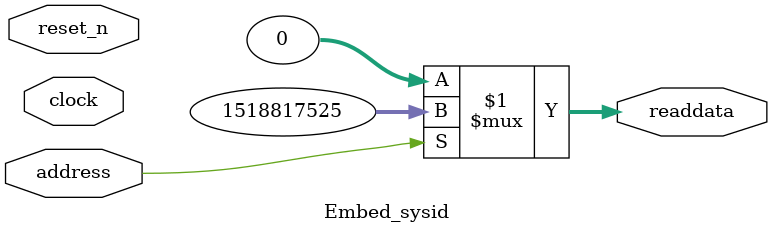
<source format=v>



// synthesis translate_off
`timescale 1ns / 1ps
// synthesis translate_on

// turn off superfluous verilog processor warnings 
// altera message_level Level1 
// altera message_off 10034 10035 10036 10037 10230 10240 10030 

module Embed_sysid (
               // inputs:
                address,
                clock,
                reset_n,

               // outputs:
                readdata
             )
;

  output  [ 31: 0] readdata;
  input            address;
  input            clock;
  input            reset_n;

  wire    [ 31: 0] readdata;
  //control_slave, which is an e_avalon_slave
  assign readdata = address ? 1518817525 : 0;

endmodule



</source>
